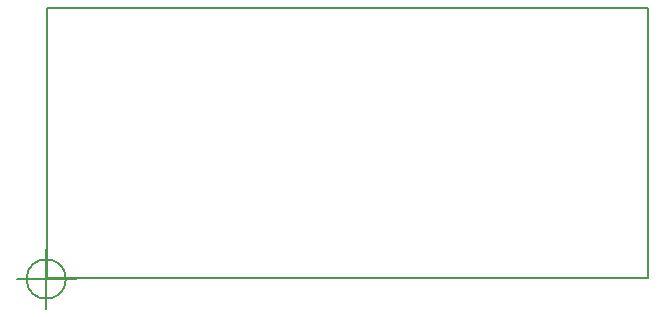
<source format=gm1>
G04 #@! TF.FileFunction,Profile,NP*
%FSLAX46Y46*%
G04 Gerber Fmt 4.6, Leading zero omitted, Abs format (unit mm)*
G04 Created by KiCad (PCBNEW 4.0.5) date 02/17/17 15:16:51*
%MOMM*%
%LPD*%
G01*
G04 APERTURE LIST*
%ADD10C,0.100000*%
%ADD11C,0.150000*%
G04 APERTURE END LIST*
D10*
D11*
X124666666Y-116500000D02*
G75*
G03X124666666Y-116500000I-1666666J0D01*
G01*
X120500000Y-116500000D02*
X125500000Y-116500000D01*
X123000000Y-114000000D02*
X123000000Y-119000000D01*
X173910000Y-93570000D02*
X123100000Y-93570000D01*
X173910000Y-116440000D02*
X173910000Y-93570000D01*
X123100000Y-116440000D02*
X173910000Y-116440000D01*
X123100000Y-93570000D02*
X123100000Y-116440000D01*
M02*

</source>
